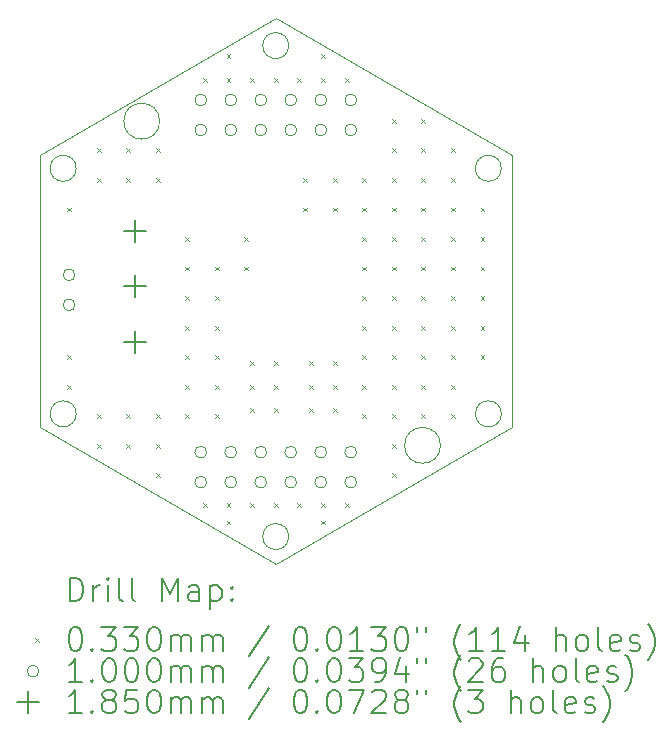
<source format=gbr>
%TF.GenerationSoftware,KiCad,Pcbnew,7.0.5*%
%TF.CreationDate,2024-01-24T02:21:03-05:00*%
%TF.ProjectId,LORA_ADAPTER,4c4f5241-5f41-4444-9150-5445522e6b69,rev?*%
%TF.SameCoordinates,Original*%
%TF.FileFunction,Drillmap*%
%TF.FilePolarity,Positive*%
%FSLAX45Y45*%
G04 Gerber Fmt 4.5, Leading zero omitted, Abs format (unit mm)*
G04 Created by KiCad (PCBNEW 7.0.5) date 2024-01-24 02:21:03*
%MOMM*%
%LPD*%
G01*
G04 APERTURE LIST*
%ADD10C,0.100000*%
%ADD11C,0.200000*%
%ADD12C,0.033020*%
%ADD13C,0.185000*%
G04 APERTURE END LIST*
D10*
X16410569Y-11316931D02*
G75*
G03*
X16410569Y-11316931I-152069J0D01*
G01*
X13016000Y-8855761D02*
X13016000Y-11165162D01*
X16926000Y-11049692D02*
G75*
G03*
X16926000Y-11049692I-110000J0D01*
G01*
X14033069Y-8571931D02*
G75*
G03*
X14033069Y-8571931I-152069J0D01*
G01*
X13016000Y-11165162D02*
X15016000Y-12319862D01*
X16926000Y-8971231D02*
G75*
G03*
X16926000Y-8971231I-110000J0D01*
G01*
X13326000Y-8971231D02*
G75*
G03*
X13326000Y-8971231I-110000J0D01*
G01*
X15016000Y-7701060D02*
X13016000Y-8855761D01*
X17016000Y-8855761D02*
X15016000Y-7701060D01*
X15126000Y-7932000D02*
G75*
G03*
X15126000Y-7932000I-110000J0D01*
G01*
X15126000Y-12088922D02*
G75*
G03*
X15126000Y-12088922I-110000J0D01*
G01*
X17016000Y-11165162D02*
X17016000Y-8855761D01*
X15016000Y-12319862D02*
X17016000Y-11165162D01*
X13326000Y-11049692D02*
G75*
G03*
X13326000Y-11049692I-110000J0D01*
G01*
D11*
D12*
X13249490Y-9303352D02*
X13282510Y-9336372D01*
X13282510Y-9303352D02*
X13249490Y-9336372D01*
X13249490Y-10553352D02*
X13282510Y-10586372D01*
X13282510Y-10553352D02*
X13249490Y-10586372D01*
X13249490Y-10803352D02*
X13282510Y-10836372D01*
X13282510Y-10803352D02*
X13249490Y-10836372D01*
X13499490Y-8803352D02*
X13532510Y-8836372D01*
X13532510Y-8803352D02*
X13499490Y-8836372D01*
X13499490Y-9053352D02*
X13532510Y-9086372D01*
X13532510Y-9053352D02*
X13499490Y-9086372D01*
X13499490Y-11053352D02*
X13532510Y-11086372D01*
X13532510Y-11053352D02*
X13499490Y-11086372D01*
X13499490Y-11303352D02*
X13532510Y-11336372D01*
X13532510Y-11303352D02*
X13499490Y-11336372D01*
X13749490Y-8803352D02*
X13782510Y-8836372D01*
X13782510Y-8803352D02*
X13749490Y-8836372D01*
X13749490Y-9053352D02*
X13782510Y-9086372D01*
X13782510Y-9053352D02*
X13749490Y-9086372D01*
X13749490Y-11053352D02*
X13782510Y-11086372D01*
X13782510Y-11053352D02*
X13749490Y-11086372D01*
X13749490Y-11303352D02*
X13782510Y-11336372D01*
X13782510Y-11303352D02*
X13749490Y-11336372D01*
X13999490Y-8803352D02*
X14032510Y-8836372D01*
X14032510Y-8803352D02*
X13999490Y-8836372D01*
X13999490Y-9053352D02*
X14032510Y-9086372D01*
X14032510Y-9053352D02*
X13999490Y-9086372D01*
X13999490Y-11053352D02*
X14032510Y-11086372D01*
X14032510Y-11053352D02*
X13999490Y-11086372D01*
X13999490Y-11303352D02*
X14032510Y-11336372D01*
X14032510Y-11303352D02*
X13999490Y-11336372D01*
X13999490Y-11553352D02*
X14032510Y-11586372D01*
X14032510Y-11553352D02*
X13999490Y-11586372D01*
X14249490Y-9553352D02*
X14282510Y-9586372D01*
X14282510Y-9553352D02*
X14249490Y-9586372D01*
X14249490Y-9803352D02*
X14282510Y-9836372D01*
X14282510Y-9803352D02*
X14249490Y-9836372D01*
X14249490Y-10053352D02*
X14282510Y-10086372D01*
X14282510Y-10053352D02*
X14249490Y-10086372D01*
X14249490Y-10303352D02*
X14282510Y-10336372D01*
X14282510Y-10303352D02*
X14249490Y-10336372D01*
X14249490Y-10553352D02*
X14282510Y-10586372D01*
X14282510Y-10553352D02*
X14249490Y-10586372D01*
X14249490Y-10803352D02*
X14282510Y-10836372D01*
X14282510Y-10803352D02*
X14249490Y-10836372D01*
X14249490Y-11053352D02*
X14282510Y-11086372D01*
X14282510Y-11053352D02*
X14249490Y-11086372D01*
X14399490Y-8203352D02*
X14432510Y-8236372D01*
X14432510Y-8203352D02*
X14399490Y-8236372D01*
X14399490Y-11803352D02*
X14432510Y-11836372D01*
X14432510Y-11803352D02*
X14399490Y-11836372D01*
X14499490Y-9803352D02*
X14532510Y-9836372D01*
X14532510Y-9803352D02*
X14499490Y-9836372D01*
X14499490Y-10053352D02*
X14532510Y-10086372D01*
X14532510Y-10053352D02*
X14499490Y-10086372D01*
X14499490Y-10303352D02*
X14532510Y-10336372D01*
X14532510Y-10303352D02*
X14499490Y-10336372D01*
X14499490Y-10553352D02*
X14532510Y-10586372D01*
X14532510Y-10553352D02*
X14499490Y-10586372D01*
X14499490Y-10803352D02*
X14532510Y-10836372D01*
X14532510Y-10803352D02*
X14499490Y-10836372D01*
X14499490Y-11053352D02*
X14532510Y-11086372D01*
X14532510Y-11053352D02*
X14499490Y-11086372D01*
X14599490Y-8003352D02*
X14632510Y-8036372D01*
X14632510Y-8003352D02*
X14599490Y-8036372D01*
X14599490Y-8203352D02*
X14632510Y-8236372D01*
X14632510Y-8203352D02*
X14599490Y-8236372D01*
X14599490Y-11803352D02*
X14632510Y-11836372D01*
X14632510Y-11803352D02*
X14599490Y-11836372D01*
X14599490Y-11953352D02*
X14632510Y-11986372D01*
X14632510Y-11953352D02*
X14599490Y-11986372D01*
X14749490Y-9553352D02*
X14782510Y-9586372D01*
X14782510Y-9553352D02*
X14749490Y-9586372D01*
X14749490Y-9803352D02*
X14782510Y-9836372D01*
X14782510Y-9803352D02*
X14749490Y-9836372D01*
X14799490Y-8203352D02*
X14832510Y-8236372D01*
X14832510Y-8203352D02*
X14799490Y-8236372D01*
X14799490Y-10603352D02*
X14832510Y-10636372D01*
X14832510Y-10603352D02*
X14799490Y-10636372D01*
X14799490Y-10803352D02*
X14832510Y-10836372D01*
X14832510Y-10803352D02*
X14799490Y-10836372D01*
X14799490Y-11003352D02*
X14832510Y-11036372D01*
X14832510Y-11003352D02*
X14799490Y-11036372D01*
X14799490Y-11803352D02*
X14832510Y-11836372D01*
X14832510Y-11803352D02*
X14799490Y-11836372D01*
X14999490Y-8203352D02*
X15032510Y-8236372D01*
X15032510Y-8203352D02*
X14999490Y-8236372D01*
X14999490Y-10603352D02*
X15032510Y-10636372D01*
X15032510Y-10603352D02*
X14999490Y-10636372D01*
X14999490Y-10803352D02*
X15032510Y-10836372D01*
X15032510Y-10803352D02*
X14999490Y-10836372D01*
X14999490Y-11003352D02*
X15032510Y-11036372D01*
X15032510Y-11003352D02*
X14999490Y-11036372D01*
X14999490Y-11803352D02*
X15032510Y-11836372D01*
X15032510Y-11803352D02*
X14999490Y-11836372D01*
X15199490Y-8203352D02*
X15232510Y-8236372D01*
X15232510Y-8203352D02*
X15199490Y-8236372D01*
X15199490Y-11803352D02*
X15232510Y-11836372D01*
X15232510Y-11803352D02*
X15199490Y-11836372D01*
X15249490Y-9053352D02*
X15282510Y-9086372D01*
X15282510Y-9053352D02*
X15249490Y-9086372D01*
X15249490Y-9303352D02*
X15282510Y-9336372D01*
X15282510Y-9303352D02*
X15249490Y-9336372D01*
X15299490Y-10603352D02*
X15332510Y-10636372D01*
X15332510Y-10603352D02*
X15299490Y-10636372D01*
X15299490Y-10803352D02*
X15332510Y-10836372D01*
X15332510Y-10803352D02*
X15299490Y-10836372D01*
X15299490Y-11003352D02*
X15332510Y-11036372D01*
X15332510Y-11003352D02*
X15299490Y-11036372D01*
X15399490Y-8003352D02*
X15432510Y-8036372D01*
X15432510Y-8003352D02*
X15399490Y-8036372D01*
X15399490Y-8203352D02*
X15432510Y-8236372D01*
X15432510Y-8203352D02*
X15399490Y-8236372D01*
X15399490Y-11803352D02*
X15432510Y-11836372D01*
X15432510Y-11803352D02*
X15399490Y-11836372D01*
X15399490Y-11953352D02*
X15432510Y-11986372D01*
X15432510Y-11953352D02*
X15399490Y-11986372D01*
X15499490Y-9053352D02*
X15532510Y-9086372D01*
X15532510Y-9053352D02*
X15499490Y-9086372D01*
X15499490Y-9303352D02*
X15532510Y-9336372D01*
X15532510Y-9303352D02*
X15499490Y-9336372D01*
X15499490Y-10603352D02*
X15532510Y-10636372D01*
X15532510Y-10603352D02*
X15499490Y-10636372D01*
X15499490Y-10803352D02*
X15532510Y-10836372D01*
X15532510Y-10803352D02*
X15499490Y-10836372D01*
X15499490Y-11003352D02*
X15532510Y-11036372D01*
X15532510Y-11003352D02*
X15499490Y-11036372D01*
X15599490Y-8203352D02*
X15632510Y-8236372D01*
X15632510Y-8203352D02*
X15599490Y-8236372D01*
X15599490Y-11803352D02*
X15632510Y-11836372D01*
X15632510Y-11803352D02*
X15599490Y-11836372D01*
X15749490Y-9053352D02*
X15782510Y-9086372D01*
X15782510Y-9053352D02*
X15749490Y-9086372D01*
X15749490Y-9303352D02*
X15782510Y-9336372D01*
X15782510Y-9303352D02*
X15749490Y-9336372D01*
X15749490Y-9553352D02*
X15782510Y-9586372D01*
X15782510Y-9553352D02*
X15749490Y-9586372D01*
X15749490Y-9803352D02*
X15782510Y-9836372D01*
X15782510Y-9803352D02*
X15749490Y-9836372D01*
X15749490Y-10053352D02*
X15782510Y-10086372D01*
X15782510Y-10053352D02*
X15749490Y-10086372D01*
X15749490Y-10303352D02*
X15782510Y-10336372D01*
X15782510Y-10303352D02*
X15749490Y-10336372D01*
X15749490Y-10553352D02*
X15782510Y-10586372D01*
X15782510Y-10553352D02*
X15749490Y-10586372D01*
X15749490Y-10803352D02*
X15782510Y-10836372D01*
X15782510Y-10803352D02*
X15749490Y-10836372D01*
X15749490Y-11053352D02*
X15782510Y-11086372D01*
X15782510Y-11053352D02*
X15749490Y-11086372D01*
X15999490Y-8553352D02*
X16032510Y-8586372D01*
X16032510Y-8553352D02*
X15999490Y-8586372D01*
X15999490Y-8803352D02*
X16032510Y-8836372D01*
X16032510Y-8803352D02*
X15999490Y-8836372D01*
X15999490Y-9053352D02*
X16032510Y-9086372D01*
X16032510Y-9053352D02*
X15999490Y-9086372D01*
X15999490Y-9303352D02*
X16032510Y-9336372D01*
X16032510Y-9303352D02*
X15999490Y-9336372D01*
X15999490Y-9553352D02*
X16032510Y-9586372D01*
X16032510Y-9553352D02*
X15999490Y-9586372D01*
X15999490Y-9803352D02*
X16032510Y-9836372D01*
X16032510Y-9803352D02*
X15999490Y-9836372D01*
X15999490Y-10053352D02*
X16032510Y-10086372D01*
X16032510Y-10053352D02*
X15999490Y-10086372D01*
X15999490Y-10303352D02*
X16032510Y-10336372D01*
X16032510Y-10303352D02*
X15999490Y-10336372D01*
X15999490Y-10553352D02*
X16032510Y-10586372D01*
X16032510Y-10553352D02*
X15999490Y-10586372D01*
X15999490Y-10803352D02*
X16032510Y-10836372D01*
X16032510Y-10803352D02*
X15999490Y-10836372D01*
X15999490Y-11053352D02*
X16032510Y-11086372D01*
X16032510Y-11053352D02*
X15999490Y-11086372D01*
X15999490Y-11303352D02*
X16032510Y-11336372D01*
X16032510Y-11303352D02*
X15999490Y-11336372D01*
X15999490Y-11553352D02*
X16032510Y-11586372D01*
X16032510Y-11553352D02*
X15999490Y-11586372D01*
X16249490Y-8553352D02*
X16282510Y-8586372D01*
X16282510Y-8553352D02*
X16249490Y-8586372D01*
X16249490Y-8803352D02*
X16282510Y-8836372D01*
X16282510Y-8803352D02*
X16249490Y-8836372D01*
X16249490Y-9053352D02*
X16282510Y-9086372D01*
X16282510Y-9053352D02*
X16249490Y-9086372D01*
X16249490Y-9303352D02*
X16282510Y-9336372D01*
X16282510Y-9303352D02*
X16249490Y-9336372D01*
X16249490Y-9553352D02*
X16282510Y-9586372D01*
X16282510Y-9553352D02*
X16249490Y-9586372D01*
X16249490Y-9803352D02*
X16282510Y-9836372D01*
X16282510Y-9803352D02*
X16249490Y-9836372D01*
X16249490Y-10053352D02*
X16282510Y-10086372D01*
X16282510Y-10053352D02*
X16249490Y-10086372D01*
X16249490Y-10303352D02*
X16282510Y-10336372D01*
X16282510Y-10303352D02*
X16249490Y-10336372D01*
X16249490Y-10553352D02*
X16282510Y-10586372D01*
X16282510Y-10553352D02*
X16249490Y-10586372D01*
X16249490Y-10803352D02*
X16282510Y-10836372D01*
X16282510Y-10803352D02*
X16249490Y-10836372D01*
X16249490Y-11053352D02*
X16282510Y-11086372D01*
X16282510Y-11053352D02*
X16249490Y-11086372D01*
X16499490Y-8803352D02*
X16532510Y-8836372D01*
X16532510Y-8803352D02*
X16499490Y-8836372D01*
X16499490Y-9053352D02*
X16532510Y-9086372D01*
X16532510Y-9053352D02*
X16499490Y-9086372D01*
X16499490Y-9303352D02*
X16532510Y-9336372D01*
X16532510Y-9303352D02*
X16499490Y-9336372D01*
X16499490Y-9553352D02*
X16532510Y-9586372D01*
X16532510Y-9553352D02*
X16499490Y-9586372D01*
X16499490Y-9803352D02*
X16532510Y-9836372D01*
X16532510Y-9803352D02*
X16499490Y-9836372D01*
X16499490Y-10053352D02*
X16532510Y-10086372D01*
X16532510Y-10053352D02*
X16499490Y-10086372D01*
X16499490Y-10303352D02*
X16532510Y-10336372D01*
X16532510Y-10303352D02*
X16499490Y-10336372D01*
X16499490Y-10553352D02*
X16532510Y-10586372D01*
X16532510Y-10553352D02*
X16499490Y-10586372D01*
X16499490Y-10803352D02*
X16532510Y-10836372D01*
X16532510Y-10803352D02*
X16499490Y-10836372D01*
X16499490Y-11053352D02*
X16532510Y-11086372D01*
X16532510Y-11053352D02*
X16499490Y-11086372D01*
X16749490Y-9303352D02*
X16782510Y-9336372D01*
X16782510Y-9303352D02*
X16749490Y-9336372D01*
X16749490Y-9553352D02*
X16782510Y-9586372D01*
X16782510Y-9553352D02*
X16749490Y-9586372D01*
X16749490Y-9803352D02*
X16782510Y-9836372D01*
X16782510Y-9803352D02*
X16749490Y-9836372D01*
X16749490Y-10053352D02*
X16782510Y-10086372D01*
X16782510Y-10053352D02*
X16749490Y-10086372D01*
X16749490Y-10303352D02*
X16782510Y-10336372D01*
X16782510Y-10303352D02*
X16749490Y-10336372D01*
X16749490Y-10553352D02*
X16782510Y-10586372D01*
X16782510Y-10553352D02*
X16749490Y-10586372D01*
D10*
X13316000Y-9873362D02*
G75*
G03*
X13316000Y-9873362I-50000J0D01*
G01*
X13316000Y-10127362D02*
G75*
G03*
X13316000Y-10127362I-50000J0D01*
G01*
X14431000Y-8392560D02*
G75*
G03*
X14431000Y-8392560I-50000J0D01*
G01*
X14431000Y-8646560D02*
G75*
G03*
X14431000Y-8646560I-50000J0D01*
G01*
X14431000Y-11374362D02*
G75*
G03*
X14431000Y-11374362I-50000J0D01*
G01*
X14431000Y-11628362D02*
G75*
G03*
X14431000Y-11628362I-50000J0D01*
G01*
X14685000Y-8392560D02*
G75*
G03*
X14685000Y-8392560I-50000J0D01*
G01*
X14685000Y-8646560D02*
G75*
G03*
X14685000Y-8646560I-50000J0D01*
G01*
X14685000Y-11374362D02*
G75*
G03*
X14685000Y-11374362I-50000J0D01*
G01*
X14685000Y-11628362D02*
G75*
G03*
X14685000Y-11628362I-50000J0D01*
G01*
X14939000Y-8392560D02*
G75*
G03*
X14939000Y-8392560I-50000J0D01*
G01*
X14939000Y-8646560D02*
G75*
G03*
X14939000Y-8646560I-50000J0D01*
G01*
X14939000Y-11374362D02*
G75*
G03*
X14939000Y-11374362I-50000J0D01*
G01*
X14939000Y-11628362D02*
G75*
G03*
X14939000Y-11628362I-50000J0D01*
G01*
X15193000Y-8392560D02*
G75*
G03*
X15193000Y-8392560I-50000J0D01*
G01*
X15193000Y-8646560D02*
G75*
G03*
X15193000Y-8646560I-50000J0D01*
G01*
X15193000Y-11374362D02*
G75*
G03*
X15193000Y-11374362I-50000J0D01*
G01*
X15193000Y-11628362D02*
G75*
G03*
X15193000Y-11628362I-50000J0D01*
G01*
X15447000Y-8392560D02*
G75*
G03*
X15447000Y-8392560I-50000J0D01*
G01*
X15447000Y-8646560D02*
G75*
G03*
X15447000Y-8646560I-50000J0D01*
G01*
X15447000Y-11374362D02*
G75*
G03*
X15447000Y-11374362I-50000J0D01*
G01*
X15447000Y-11628362D02*
G75*
G03*
X15447000Y-11628362I-50000J0D01*
G01*
X15701000Y-8392560D02*
G75*
G03*
X15701000Y-8392560I-50000J0D01*
G01*
X15701000Y-8646560D02*
G75*
G03*
X15701000Y-8646560I-50000J0D01*
G01*
X15701000Y-11374362D02*
G75*
G03*
X15701000Y-11374362I-50000J0D01*
G01*
X15701000Y-11628362D02*
G75*
G03*
X15701000Y-11628362I-50000J0D01*
G01*
D13*
X13821000Y-9407961D02*
X13821000Y-9592961D01*
X13728500Y-9500461D02*
X13913500Y-9500461D01*
X13821000Y-9877961D02*
X13821000Y-10062961D01*
X13728500Y-9970461D02*
X13913500Y-9970461D01*
X13821000Y-10347961D02*
X13821000Y-10532961D01*
X13728500Y-10440461D02*
X13913500Y-10440461D01*
D11*
X13271777Y-12636346D02*
X13271777Y-12436346D01*
X13271777Y-12436346D02*
X13319396Y-12436346D01*
X13319396Y-12436346D02*
X13347967Y-12445870D01*
X13347967Y-12445870D02*
X13367015Y-12464917D01*
X13367015Y-12464917D02*
X13376539Y-12483965D01*
X13376539Y-12483965D02*
X13386062Y-12522060D01*
X13386062Y-12522060D02*
X13386062Y-12550632D01*
X13386062Y-12550632D02*
X13376539Y-12588727D01*
X13376539Y-12588727D02*
X13367015Y-12607774D01*
X13367015Y-12607774D02*
X13347967Y-12626822D01*
X13347967Y-12626822D02*
X13319396Y-12636346D01*
X13319396Y-12636346D02*
X13271777Y-12636346D01*
X13471777Y-12636346D02*
X13471777Y-12503012D01*
X13471777Y-12541108D02*
X13481301Y-12522060D01*
X13481301Y-12522060D02*
X13490824Y-12512536D01*
X13490824Y-12512536D02*
X13509872Y-12503012D01*
X13509872Y-12503012D02*
X13528920Y-12503012D01*
X13595586Y-12636346D02*
X13595586Y-12503012D01*
X13595586Y-12436346D02*
X13586062Y-12445870D01*
X13586062Y-12445870D02*
X13595586Y-12455393D01*
X13595586Y-12455393D02*
X13605110Y-12445870D01*
X13605110Y-12445870D02*
X13595586Y-12436346D01*
X13595586Y-12436346D02*
X13595586Y-12455393D01*
X13719396Y-12636346D02*
X13700348Y-12626822D01*
X13700348Y-12626822D02*
X13690824Y-12607774D01*
X13690824Y-12607774D02*
X13690824Y-12436346D01*
X13824158Y-12636346D02*
X13805110Y-12626822D01*
X13805110Y-12626822D02*
X13795586Y-12607774D01*
X13795586Y-12607774D02*
X13795586Y-12436346D01*
X14052729Y-12636346D02*
X14052729Y-12436346D01*
X14052729Y-12436346D02*
X14119396Y-12579203D01*
X14119396Y-12579203D02*
X14186062Y-12436346D01*
X14186062Y-12436346D02*
X14186062Y-12636346D01*
X14367015Y-12636346D02*
X14367015Y-12531584D01*
X14367015Y-12531584D02*
X14357491Y-12512536D01*
X14357491Y-12512536D02*
X14338443Y-12503012D01*
X14338443Y-12503012D02*
X14300348Y-12503012D01*
X14300348Y-12503012D02*
X14281301Y-12512536D01*
X14367015Y-12626822D02*
X14347967Y-12636346D01*
X14347967Y-12636346D02*
X14300348Y-12636346D01*
X14300348Y-12636346D02*
X14281301Y-12626822D01*
X14281301Y-12626822D02*
X14271777Y-12607774D01*
X14271777Y-12607774D02*
X14271777Y-12588727D01*
X14271777Y-12588727D02*
X14281301Y-12569679D01*
X14281301Y-12569679D02*
X14300348Y-12560155D01*
X14300348Y-12560155D02*
X14347967Y-12560155D01*
X14347967Y-12560155D02*
X14367015Y-12550632D01*
X14462253Y-12503012D02*
X14462253Y-12703012D01*
X14462253Y-12512536D02*
X14481301Y-12503012D01*
X14481301Y-12503012D02*
X14519396Y-12503012D01*
X14519396Y-12503012D02*
X14538443Y-12512536D01*
X14538443Y-12512536D02*
X14547967Y-12522060D01*
X14547967Y-12522060D02*
X14557491Y-12541108D01*
X14557491Y-12541108D02*
X14557491Y-12598251D01*
X14557491Y-12598251D02*
X14547967Y-12617298D01*
X14547967Y-12617298D02*
X14538443Y-12626822D01*
X14538443Y-12626822D02*
X14519396Y-12636346D01*
X14519396Y-12636346D02*
X14481301Y-12636346D01*
X14481301Y-12636346D02*
X14462253Y-12626822D01*
X14643205Y-12617298D02*
X14652729Y-12626822D01*
X14652729Y-12626822D02*
X14643205Y-12636346D01*
X14643205Y-12636346D02*
X14633682Y-12626822D01*
X14633682Y-12626822D02*
X14643205Y-12617298D01*
X14643205Y-12617298D02*
X14643205Y-12636346D01*
X14643205Y-12512536D02*
X14652729Y-12522060D01*
X14652729Y-12522060D02*
X14643205Y-12531584D01*
X14643205Y-12531584D02*
X14633682Y-12522060D01*
X14633682Y-12522060D02*
X14643205Y-12512536D01*
X14643205Y-12512536D02*
X14643205Y-12531584D01*
D12*
X12977980Y-12948352D02*
X13011000Y-12981372D01*
X13011000Y-12948352D02*
X12977980Y-12981372D01*
D11*
X13309872Y-12856346D02*
X13328920Y-12856346D01*
X13328920Y-12856346D02*
X13347967Y-12865870D01*
X13347967Y-12865870D02*
X13357491Y-12875393D01*
X13357491Y-12875393D02*
X13367015Y-12894441D01*
X13367015Y-12894441D02*
X13376539Y-12932536D01*
X13376539Y-12932536D02*
X13376539Y-12980155D01*
X13376539Y-12980155D02*
X13367015Y-13018251D01*
X13367015Y-13018251D02*
X13357491Y-13037298D01*
X13357491Y-13037298D02*
X13347967Y-13046822D01*
X13347967Y-13046822D02*
X13328920Y-13056346D01*
X13328920Y-13056346D02*
X13309872Y-13056346D01*
X13309872Y-13056346D02*
X13290824Y-13046822D01*
X13290824Y-13046822D02*
X13281301Y-13037298D01*
X13281301Y-13037298D02*
X13271777Y-13018251D01*
X13271777Y-13018251D02*
X13262253Y-12980155D01*
X13262253Y-12980155D02*
X13262253Y-12932536D01*
X13262253Y-12932536D02*
X13271777Y-12894441D01*
X13271777Y-12894441D02*
X13281301Y-12875393D01*
X13281301Y-12875393D02*
X13290824Y-12865870D01*
X13290824Y-12865870D02*
X13309872Y-12856346D01*
X13462253Y-13037298D02*
X13471777Y-13046822D01*
X13471777Y-13046822D02*
X13462253Y-13056346D01*
X13462253Y-13056346D02*
X13452729Y-13046822D01*
X13452729Y-13046822D02*
X13462253Y-13037298D01*
X13462253Y-13037298D02*
X13462253Y-13056346D01*
X13538443Y-12856346D02*
X13662253Y-12856346D01*
X13662253Y-12856346D02*
X13595586Y-12932536D01*
X13595586Y-12932536D02*
X13624158Y-12932536D01*
X13624158Y-12932536D02*
X13643205Y-12942060D01*
X13643205Y-12942060D02*
X13652729Y-12951584D01*
X13652729Y-12951584D02*
X13662253Y-12970632D01*
X13662253Y-12970632D02*
X13662253Y-13018251D01*
X13662253Y-13018251D02*
X13652729Y-13037298D01*
X13652729Y-13037298D02*
X13643205Y-13046822D01*
X13643205Y-13046822D02*
X13624158Y-13056346D01*
X13624158Y-13056346D02*
X13567015Y-13056346D01*
X13567015Y-13056346D02*
X13547967Y-13046822D01*
X13547967Y-13046822D02*
X13538443Y-13037298D01*
X13728920Y-12856346D02*
X13852729Y-12856346D01*
X13852729Y-12856346D02*
X13786062Y-12932536D01*
X13786062Y-12932536D02*
X13814634Y-12932536D01*
X13814634Y-12932536D02*
X13833682Y-12942060D01*
X13833682Y-12942060D02*
X13843205Y-12951584D01*
X13843205Y-12951584D02*
X13852729Y-12970632D01*
X13852729Y-12970632D02*
X13852729Y-13018251D01*
X13852729Y-13018251D02*
X13843205Y-13037298D01*
X13843205Y-13037298D02*
X13833682Y-13046822D01*
X13833682Y-13046822D02*
X13814634Y-13056346D01*
X13814634Y-13056346D02*
X13757491Y-13056346D01*
X13757491Y-13056346D02*
X13738443Y-13046822D01*
X13738443Y-13046822D02*
X13728920Y-13037298D01*
X13976539Y-12856346D02*
X13995586Y-12856346D01*
X13995586Y-12856346D02*
X14014634Y-12865870D01*
X14014634Y-12865870D02*
X14024158Y-12875393D01*
X14024158Y-12875393D02*
X14033682Y-12894441D01*
X14033682Y-12894441D02*
X14043205Y-12932536D01*
X14043205Y-12932536D02*
X14043205Y-12980155D01*
X14043205Y-12980155D02*
X14033682Y-13018251D01*
X14033682Y-13018251D02*
X14024158Y-13037298D01*
X14024158Y-13037298D02*
X14014634Y-13046822D01*
X14014634Y-13046822D02*
X13995586Y-13056346D01*
X13995586Y-13056346D02*
X13976539Y-13056346D01*
X13976539Y-13056346D02*
X13957491Y-13046822D01*
X13957491Y-13046822D02*
X13947967Y-13037298D01*
X13947967Y-13037298D02*
X13938443Y-13018251D01*
X13938443Y-13018251D02*
X13928920Y-12980155D01*
X13928920Y-12980155D02*
X13928920Y-12932536D01*
X13928920Y-12932536D02*
X13938443Y-12894441D01*
X13938443Y-12894441D02*
X13947967Y-12875393D01*
X13947967Y-12875393D02*
X13957491Y-12865870D01*
X13957491Y-12865870D02*
X13976539Y-12856346D01*
X14128920Y-13056346D02*
X14128920Y-12923012D01*
X14128920Y-12942060D02*
X14138443Y-12932536D01*
X14138443Y-12932536D02*
X14157491Y-12923012D01*
X14157491Y-12923012D02*
X14186063Y-12923012D01*
X14186063Y-12923012D02*
X14205110Y-12932536D01*
X14205110Y-12932536D02*
X14214634Y-12951584D01*
X14214634Y-12951584D02*
X14214634Y-13056346D01*
X14214634Y-12951584D02*
X14224158Y-12932536D01*
X14224158Y-12932536D02*
X14243205Y-12923012D01*
X14243205Y-12923012D02*
X14271777Y-12923012D01*
X14271777Y-12923012D02*
X14290824Y-12932536D01*
X14290824Y-12932536D02*
X14300348Y-12951584D01*
X14300348Y-12951584D02*
X14300348Y-13056346D01*
X14395586Y-13056346D02*
X14395586Y-12923012D01*
X14395586Y-12942060D02*
X14405110Y-12932536D01*
X14405110Y-12932536D02*
X14424158Y-12923012D01*
X14424158Y-12923012D02*
X14452729Y-12923012D01*
X14452729Y-12923012D02*
X14471777Y-12932536D01*
X14471777Y-12932536D02*
X14481301Y-12951584D01*
X14481301Y-12951584D02*
X14481301Y-13056346D01*
X14481301Y-12951584D02*
X14490824Y-12932536D01*
X14490824Y-12932536D02*
X14509872Y-12923012D01*
X14509872Y-12923012D02*
X14538443Y-12923012D01*
X14538443Y-12923012D02*
X14557491Y-12932536D01*
X14557491Y-12932536D02*
X14567015Y-12951584D01*
X14567015Y-12951584D02*
X14567015Y-13056346D01*
X14957491Y-12846822D02*
X14786063Y-13103965D01*
X15214634Y-12856346D02*
X15233682Y-12856346D01*
X15233682Y-12856346D02*
X15252729Y-12865870D01*
X15252729Y-12865870D02*
X15262253Y-12875393D01*
X15262253Y-12875393D02*
X15271777Y-12894441D01*
X15271777Y-12894441D02*
X15281301Y-12932536D01*
X15281301Y-12932536D02*
X15281301Y-12980155D01*
X15281301Y-12980155D02*
X15271777Y-13018251D01*
X15271777Y-13018251D02*
X15262253Y-13037298D01*
X15262253Y-13037298D02*
X15252729Y-13046822D01*
X15252729Y-13046822D02*
X15233682Y-13056346D01*
X15233682Y-13056346D02*
X15214634Y-13056346D01*
X15214634Y-13056346D02*
X15195586Y-13046822D01*
X15195586Y-13046822D02*
X15186063Y-13037298D01*
X15186063Y-13037298D02*
X15176539Y-13018251D01*
X15176539Y-13018251D02*
X15167015Y-12980155D01*
X15167015Y-12980155D02*
X15167015Y-12932536D01*
X15167015Y-12932536D02*
X15176539Y-12894441D01*
X15176539Y-12894441D02*
X15186063Y-12875393D01*
X15186063Y-12875393D02*
X15195586Y-12865870D01*
X15195586Y-12865870D02*
X15214634Y-12856346D01*
X15367015Y-13037298D02*
X15376539Y-13046822D01*
X15376539Y-13046822D02*
X15367015Y-13056346D01*
X15367015Y-13056346D02*
X15357491Y-13046822D01*
X15357491Y-13046822D02*
X15367015Y-13037298D01*
X15367015Y-13037298D02*
X15367015Y-13056346D01*
X15500348Y-12856346D02*
X15519396Y-12856346D01*
X15519396Y-12856346D02*
X15538444Y-12865870D01*
X15538444Y-12865870D02*
X15547967Y-12875393D01*
X15547967Y-12875393D02*
X15557491Y-12894441D01*
X15557491Y-12894441D02*
X15567015Y-12932536D01*
X15567015Y-12932536D02*
X15567015Y-12980155D01*
X15567015Y-12980155D02*
X15557491Y-13018251D01*
X15557491Y-13018251D02*
X15547967Y-13037298D01*
X15547967Y-13037298D02*
X15538444Y-13046822D01*
X15538444Y-13046822D02*
X15519396Y-13056346D01*
X15519396Y-13056346D02*
X15500348Y-13056346D01*
X15500348Y-13056346D02*
X15481301Y-13046822D01*
X15481301Y-13046822D02*
X15471777Y-13037298D01*
X15471777Y-13037298D02*
X15462253Y-13018251D01*
X15462253Y-13018251D02*
X15452729Y-12980155D01*
X15452729Y-12980155D02*
X15452729Y-12932536D01*
X15452729Y-12932536D02*
X15462253Y-12894441D01*
X15462253Y-12894441D02*
X15471777Y-12875393D01*
X15471777Y-12875393D02*
X15481301Y-12865870D01*
X15481301Y-12865870D02*
X15500348Y-12856346D01*
X15757491Y-13056346D02*
X15643206Y-13056346D01*
X15700348Y-13056346D02*
X15700348Y-12856346D01*
X15700348Y-12856346D02*
X15681301Y-12884917D01*
X15681301Y-12884917D02*
X15662253Y-12903965D01*
X15662253Y-12903965D02*
X15643206Y-12913489D01*
X15824158Y-12856346D02*
X15947967Y-12856346D01*
X15947967Y-12856346D02*
X15881301Y-12932536D01*
X15881301Y-12932536D02*
X15909872Y-12932536D01*
X15909872Y-12932536D02*
X15928920Y-12942060D01*
X15928920Y-12942060D02*
X15938444Y-12951584D01*
X15938444Y-12951584D02*
X15947967Y-12970632D01*
X15947967Y-12970632D02*
X15947967Y-13018251D01*
X15947967Y-13018251D02*
X15938444Y-13037298D01*
X15938444Y-13037298D02*
X15928920Y-13046822D01*
X15928920Y-13046822D02*
X15909872Y-13056346D01*
X15909872Y-13056346D02*
X15852729Y-13056346D01*
X15852729Y-13056346D02*
X15833682Y-13046822D01*
X15833682Y-13046822D02*
X15824158Y-13037298D01*
X16071777Y-12856346D02*
X16090825Y-12856346D01*
X16090825Y-12856346D02*
X16109872Y-12865870D01*
X16109872Y-12865870D02*
X16119396Y-12875393D01*
X16119396Y-12875393D02*
X16128920Y-12894441D01*
X16128920Y-12894441D02*
X16138444Y-12932536D01*
X16138444Y-12932536D02*
X16138444Y-12980155D01*
X16138444Y-12980155D02*
X16128920Y-13018251D01*
X16128920Y-13018251D02*
X16119396Y-13037298D01*
X16119396Y-13037298D02*
X16109872Y-13046822D01*
X16109872Y-13046822D02*
X16090825Y-13056346D01*
X16090825Y-13056346D02*
X16071777Y-13056346D01*
X16071777Y-13056346D02*
X16052729Y-13046822D01*
X16052729Y-13046822D02*
X16043206Y-13037298D01*
X16043206Y-13037298D02*
X16033682Y-13018251D01*
X16033682Y-13018251D02*
X16024158Y-12980155D01*
X16024158Y-12980155D02*
X16024158Y-12932536D01*
X16024158Y-12932536D02*
X16033682Y-12894441D01*
X16033682Y-12894441D02*
X16043206Y-12875393D01*
X16043206Y-12875393D02*
X16052729Y-12865870D01*
X16052729Y-12865870D02*
X16071777Y-12856346D01*
X16214634Y-12856346D02*
X16214634Y-12894441D01*
X16290825Y-12856346D02*
X16290825Y-12894441D01*
X16586063Y-13132536D02*
X16576539Y-13123012D01*
X16576539Y-13123012D02*
X16557491Y-13094441D01*
X16557491Y-13094441D02*
X16547968Y-13075393D01*
X16547968Y-13075393D02*
X16538444Y-13046822D01*
X16538444Y-13046822D02*
X16528920Y-12999203D01*
X16528920Y-12999203D02*
X16528920Y-12961108D01*
X16528920Y-12961108D02*
X16538444Y-12913489D01*
X16538444Y-12913489D02*
X16547968Y-12884917D01*
X16547968Y-12884917D02*
X16557491Y-12865870D01*
X16557491Y-12865870D02*
X16576539Y-12837298D01*
X16576539Y-12837298D02*
X16586063Y-12827774D01*
X16767015Y-13056346D02*
X16652729Y-13056346D01*
X16709872Y-13056346D02*
X16709872Y-12856346D01*
X16709872Y-12856346D02*
X16690825Y-12884917D01*
X16690825Y-12884917D02*
X16671777Y-12903965D01*
X16671777Y-12903965D02*
X16652729Y-12913489D01*
X16957491Y-13056346D02*
X16843206Y-13056346D01*
X16900349Y-13056346D02*
X16900349Y-12856346D01*
X16900349Y-12856346D02*
X16881301Y-12884917D01*
X16881301Y-12884917D02*
X16862253Y-12903965D01*
X16862253Y-12903965D02*
X16843206Y-12913489D01*
X17128920Y-12923012D02*
X17128920Y-13056346D01*
X17081301Y-12846822D02*
X17033682Y-12989679D01*
X17033682Y-12989679D02*
X17157491Y-12989679D01*
X17386063Y-13056346D02*
X17386063Y-12856346D01*
X17471777Y-13056346D02*
X17471777Y-12951584D01*
X17471777Y-12951584D02*
X17462253Y-12932536D01*
X17462253Y-12932536D02*
X17443206Y-12923012D01*
X17443206Y-12923012D02*
X17414634Y-12923012D01*
X17414634Y-12923012D02*
X17395587Y-12932536D01*
X17395587Y-12932536D02*
X17386063Y-12942060D01*
X17595587Y-13056346D02*
X17576539Y-13046822D01*
X17576539Y-13046822D02*
X17567015Y-13037298D01*
X17567015Y-13037298D02*
X17557492Y-13018251D01*
X17557492Y-13018251D02*
X17557492Y-12961108D01*
X17557492Y-12961108D02*
X17567015Y-12942060D01*
X17567015Y-12942060D02*
X17576539Y-12932536D01*
X17576539Y-12932536D02*
X17595587Y-12923012D01*
X17595587Y-12923012D02*
X17624158Y-12923012D01*
X17624158Y-12923012D02*
X17643206Y-12932536D01*
X17643206Y-12932536D02*
X17652730Y-12942060D01*
X17652730Y-12942060D02*
X17662253Y-12961108D01*
X17662253Y-12961108D02*
X17662253Y-13018251D01*
X17662253Y-13018251D02*
X17652730Y-13037298D01*
X17652730Y-13037298D02*
X17643206Y-13046822D01*
X17643206Y-13046822D02*
X17624158Y-13056346D01*
X17624158Y-13056346D02*
X17595587Y-13056346D01*
X17776539Y-13056346D02*
X17757492Y-13046822D01*
X17757492Y-13046822D02*
X17747968Y-13027774D01*
X17747968Y-13027774D02*
X17747968Y-12856346D01*
X17928920Y-13046822D02*
X17909873Y-13056346D01*
X17909873Y-13056346D02*
X17871777Y-13056346D01*
X17871777Y-13056346D02*
X17852730Y-13046822D01*
X17852730Y-13046822D02*
X17843206Y-13027774D01*
X17843206Y-13027774D02*
X17843206Y-12951584D01*
X17843206Y-12951584D02*
X17852730Y-12932536D01*
X17852730Y-12932536D02*
X17871777Y-12923012D01*
X17871777Y-12923012D02*
X17909873Y-12923012D01*
X17909873Y-12923012D02*
X17928920Y-12932536D01*
X17928920Y-12932536D02*
X17938444Y-12951584D01*
X17938444Y-12951584D02*
X17938444Y-12970632D01*
X17938444Y-12970632D02*
X17843206Y-12989679D01*
X18014634Y-13046822D02*
X18033682Y-13056346D01*
X18033682Y-13056346D02*
X18071777Y-13056346D01*
X18071777Y-13056346D02*
X18090825Y-13046822D01*
X18090825Y-13046822D02*
X18100349Y-13027774D01*
X18100349Y-13027774D02*
X18100349Y-13018251D01*
X18100349Y-13018251D02*
X18090825Y-12999203D01*
X18090825Y-12999203D02*
X18071777Y-12989679D01*
X18071777Y-12989679D02*
X18043206Y-12989679D01*
X18043206Y-12989679D02*
X18024158Y-12980155D01*
X18024158Y-12980155D02*
X18014634Y-12961108D01*
X18014634Y-12961108D02*
X18014634Y-12951584D01*
X18014634Y-12951584D02*
X18024158Y-12932536D01*
X18024158Y-12932536D02*
X18043206Y-12923012D01*
X18043206Y-12923012D02*
X18071777Y-12923012D01*
X18071777Y-12923012D02*
X18090825Y-12932536D01*
X18167015Y-13132536D02*
X18176539Y-13123012D01*
X18176539Y-13123012D02*
X18195587Y-13094441D01*
X18195587Y-13094441D02*
X18205111Y-13075393D01*
X18205111Y-13075393D02*
X18214634Y-13046822D01*
X18214634Y-13046822D02*
X18224158Y-12999203D01*
X18224158Y-12999203D02*
X18224158Y-12961108D01*
X18224158Y-12961108D02*
X18214634Y-12913489D01*
X18214634Y-12913489D02*
X18205111Y-12884917D01*
X18205111Y-12884917D02*
X18195587Y-12865870D01*
X18195587Y-12865870D02*
X18176539Y-12837298D01*
X18176539Y-12837298D02*
X18167015Y-12827774D01*
D10*
X13011000Y-13228862D02*
G75*
G03*
X13011000Y-13228862I-50000J0D01*
G01*
D11*
X13376539Y-13320346D02*
X13262253Y-13320346D01*
X13319396Y-13320346D02*
X13319396Y-13120346D01*
X13319396Y-13120346D02*
X13300348Y-13148917D01*
X13300348Y-13148917D02*
X13281301Y-13167965D01*
X13281301Y-13167965D02*
X13262253Y-13177489D01*
X13462253Y-13301298D02*
X13471777Y-13310822D01*
X13471777Y-13310822D02*
X13462253Y-13320346D01*
X13462253Y-13320346D02*
X13452729Y-13310822D01*
X13452729Y-13310822D02*
X13462253Y-13301298D01*
X13462253Y-13301298D02*
X13462253Y-13320346D01*
X13595586Y-13120346D02*
X13614634Y-13120346D01*
X13614634Y-13120346D02*
X13633682Y-13129870D01*
X13633682Y-13129870D02*
X13643205Y-13139393D01*
X13643205Y-13139393D02*
X13652729Y-13158441D01*
X13652729Y-13158441D02*
X13662253Y-13196536D01*
X13662253Y-13196536D02*
X13662253Y-13244155D01*
X13662253Y-13244155D02*
X13652729Y-13282251D01*
X13652729Y-13282251D02*
X13643205Y-13301298D01*
X13643205Y-13301298D02*
X13633682Y-13310822D01*
X13633682Y-13310822D02*
X13614634Y-13320346D01*
X13614634Y-13320346D02*
X13595586Y-13320346D01*
X13595586Y-13320346D02*
X13576539Y-13310822D01*
X13576539Y-13310822D02*
X13567015Y-13301298D01*
X13567015Y-13301298D02*
X13557491Y-13282251D01*
X13557491Y-13282251D02*
X13547967Y-13244155D01*
X13547967Y-13244155D02*
X13547967Y-13196536D01*
X13547967Y-13196536D02*
X13557491Y-13158441D01*
X13557491Y-13158441D02*
X13567015Y-13139393D01*
X13567015Y-13139393D02*
X13576539Y-13129870D01*
X13576539Y-13129870D02*
X13595586Y-13120346D01*
X13786062Y-13120346D02*
X13805110Y-13120346D01*
X13805110Y-13120346D02*
X13824158Y-13129870D01*
X13824158Y-13129870D02*
X13833682Y-13139393D01*
X13833682Y-13139393D02*
X13843205Y-13158441D01*
X13843205Y-13158441D02*
X13852729Y-13196536D01*
X13852729Y-13196536D02*
X13852729Y-13244155D01*
X13852729Y-13244155D02*
X13843205Y-13282251D01*
X13843205Y-13282251D02*
X13833682Y-13301298D01*
X13833682Y-13301298D02*
X13824158Y-13310822D01*
X13824158Y-13310822D02*
X13805110Y-13320346D01*
X13805110Y-13320346D02*
X13786062Y-13320346D01*
X13786062Y-13320346D02*
X13767015Y-13310822D01*
X13767015Y-13310822D02*
X13757491Y-13301298D01*
X13757491Y-13301298D02*
X13747967Y-13282251D01*
X13747967Y-13282251D02*
X13738443Y-13244155D01*
X13738443Y-13244155D02*
X13738443Y-13196536D01*
X13738443Y-13196536D02*
X13747967Y-13158441D01*
X13747967Y-13158441D02*
X13757491Y-13139393D01*
X13757491Y-13139393D02*
X13767015Y-13129870D01*
X13767015Y-13129870D02*
X13786062Y-13120346D01*
X13976539Y-13120346D02*
X13995586Y-13120346D01*
X13995586Y-13120346D02*
X14014634Y-13129870D01*
X14014634Y-13129870D02*
X14024158Y-13139393D01*
X14024158Y-13139393D02*
X14033682Y-13158441D01*
X14033682Y-13158441D02*
X14043205Y-13196536D01*
X14043205Y-13196536D02*
X14043205Y-13244155D01*
X14043205Y-13244155D02*
X14033682Y-13282251D01*
X14033682Y-13282251D02*
X14024158Y-13301298D01*
X14024158Y-13301298D02*
X14014634Y-13310822D01*
X14014634Y-13310822D02*
X13995586Y-13320346D01*
X13995586Y-13320346D02*
X13976539Y-13320346D01*
X13976539Y-13320346D02*
X13957491Y-13310822D01*
X13957491Y-13310822D02*
X13947967Y-13301298D01*
X13947967Y-13301298D02*
X13938443Y-13282251D01*
X13938443Y-13282251D02*
X13928920Y-13244155D01*
X13928920Y-13244155D02*
X13928920Y-13196536D01*
X13928920Y-13196536D02*
X13938443Y-13158441D01*
X13938443Y-13158441D02*
X13947967Y-13139393D01*
X13947967Y-13139393D02*
X13957491Y-13129870D01*
X13957491Y-13129870D02*
X13976539Y-13120346D01*
X14128920Y-13320346D02*
X14128920Y-13187012D01*
X14128920Y-13206060D02*
X14138443Y-13196536D01*
X14138443Y-13196536D02*
X14157491Y-13187012D01*
X14157491Y-13187012D02*
X14186063Y-13187012D01*
X14186063Y-13187012D02*
X14205110Y-13196536D01*
X14205110Y-13196536D02*
X14214634Y-13215584D01*
X14214634Y-13215584D02*
X14214634Y-13320346D01*
X14214634Y-13215584D02*
X14224158Y-13196536D01*
X14224158Y-13196536D02*
X14243205Y-13187012D01*
X14243205Y-13187012D02*
X14271777Y-13187012D01*
X14271777Y-13187012D02*
X14290824Y-13196536D01*
X14290824Y-13196536D02*
X14300348Y-13215584D01*
X14300348Y-13215584D02*
X14300348Y-13320346D01*
X14395586Y-13320346D02*
X14395586Y-13187012D01*
X14395586Y-13206060D02*
X14405110Y-13196536D01*
X14405110Y-13196536D02*
X14424158Y-13187012D01*
X14424158Y-13187012D02*
X14452729Y-13187012D01*
X14452729Y-13187012D02*
X14471777Y-13196536D01*
X14471777Y-13196536D02*
X14481301Y-13215584D01*
X14481301Y-13215584D02*
X14481301Y-13320346D01*
X14481301Y-13215584D02*
X14490824Y-13196536D01*
X14490824Y-13196536D02*
X14509872Y-13187012D01*
X14509872Y-13187012D02*
X14538443Y-13187012D01*
X14538443Y-13187012D02*
X14557491Y-13196536D01*
X14557491Y-13196536D02*
X14567015Y-13215584D01*
X14567015Y-13215584D02*
X14567015Y-13320346D01*
X14957491Y-13110822D02*
X14786063Y-13367965D01*
X15214634Y-13120346D02*
X15233682Y-13120346D01*
X15233682Y-13120346D02*
X15252729Y-13129870D01*
X15252729Y-13129870D02*
X15262253Y-13139393D01*
X15262253Y-13139393D02*
X15271777Y-13158441D01*
X15271777Y-13158441D02*
X15281301Y-13196536D01*
X15281301Y-13196536D02*
X15281301Y-13244155D01*
X15281301Y-13244155D02*
X15271777Y-13282251D01*
X15271777Y-13282251D02*
X15262253Y-13301298D01*
X15262253Y-13301298D02*
X15252729Y-13310822D01*
X15252729Y-13310822D02*
X15233682Y-13320346D01*
X15233682Y-13320346D02*
X15214634Y-13320346D01*
X15214634Y-13320346D02*
X15195586Y-13310822D01*
X15195586Y-13310822D02*
X15186063Y-13301298D01*
X15186063Y-13301298D02*
X15176539Y-13282251D01*
X15176539Y-13282251D02*
X15167015Y-13244155D01*
X15167015Y-13244155D02*
X15167015Y-13196536D01*
X15167015Y-13196536D02*
X15176539Y-13158441D01*
X15176539Y-13158441D02*
X15186063Y-13139393D01*
X15186063Y-13139393D02*
X15195586Y-13129870D01*
X15195586Y-13129870D02*
X15214634Y-13120346D01*
X15367015Y-13301298D02*
X15376539Y-13310822D01*
X15376539Y-13310822D02*
X15367015Y-13320346D01*
X15367015Y-13320346D02*
X15357491Y-13310822D01*
X15357491Y-13310822D02*
X15367015Y-13301298D01*
X15367015Y-13301298D02*
X15367015Y-13320346D01*
X15500348Y-13120346D02*
X15519396Y-13120346D01*
X15519396Y-13120346D02*
X15538444Y-13129870D01*
X15538444Y-13129870D02*
X15547967Y-13139393D01*
X15547967Y-13139393D02*
X15557491Y-13158441D01*
X15557491Y-13158441D02*
X15567015Y-13196536D01*
X15567015Y-13196536D02*
X15567015Y-13244155D01*
X15567015Y-13244155D02*
X15557491Y-13282251D01*
X15557491Y-13282251D02*
X15547967Y-13301298D01*
X15547967Y-13301298D02*
X15538444Y-13310822D01*
X15538444Y-13310822D02*
X15519396Y-13320346D01*
X15519396Y-13320346D02*
X15500348Y-13320346D01*
X15500348Y-13320346D02*
X15481301Y-13310822D01*
X15481301Y-13310822D02*
X15471777Y-13301298D01*
X15471777Y-13301298D02*
X15462253Y-13282251D01*
X15462253Y-13282251D02*
X15452729Y-13244155D01*
X15452729Y-13244155D02*
X15452729Y-13196536D01*
X15452729Y-13196536D02*
X15462253Y-13158441D01*
X15462253Y-13158441D02*
X15471777Y-13139393D01*
X15471777Y-13139393D02*
X15481301Y-13129870D01*
X15481301Y-13129870D02*
X15500348Y-13120346D01*
X15633682Y-13120346D02*
X15757491Y-13120346D01*
X15757491Y-13120346D02*
X15690825Y-13196536D01*
X15690825Y-13196536D02*
X15719396Y-13196536D01*
X15719396Y-13196536D02*
X15738444Y-13206060D01*
X15738444Y-13206060D02*
X15747967Y-13215584D01*
X15747967Y-13215584D02*
X15757491Y-13234632D01*
X15757491Y-13234632D02*
X15757491Y-13282251D01*
X15757491Y-13282251D02*
X15747967Y-13301298D01*
X15747967Y-13301298D02*
X15738444Y-13310822D01*
X15738444Y-13310822D02*
X15719396Y-13320346D01*
X15719396Y-13320346D02*
X15662253Y-13320346D01*
X15662253Y-13320346D02*
X15643206Y-13310822D01*
X15643206Y-13310822D02*
X15633682Y-13301298D01*
X15852729Y-13320346D02*
X15890825Y-13320346D01*
X15890825Y-13320346D02*
X15909872Y-13310822D01*
X15909872Y-13310822D02*
X15919396Y-13301298D01*
X15919396Y-13301298D02*
X15938444Y-13272727D01*
X15938444Y-13272727D02*
X15947967Y-13234632D01*
X15947967Y-13234632D02*
X15947967Y-13158441D01*
X15947967Y-13158441D02*
X15938444Y-13139393D01*
X15938444Y-13139393D02*
X15928920Y-13129870D01*
X15928920Y-13129870D02*
X15909872Y-13120346D01*
X15909872Y-13120346D02*
X15871777Y-13120346D01*
X15871777Y-13120346D02*
X15852729Y-13129870D01*
X15852729Y-13129870D02*
X15843206Y-13139393D01*
X15843206Y-13139393D02*
X15833682Y-13158441D01*
X15833682Y-13158441D02*
X15833682Y-13206060D01*
X15833682Y-13206060D02*
X15843206Y-13225108D01*
X15843206Y-13225108D02*
X15852729Y-13234632D01*
X15852729Y-13234632D02*
X15871777Y-13244155D01*
X15871777Y-13244155D02*
X15909872Y-13244155D01*
X15909872Y-13244155D02*
X15928920Y-13234632D01*
X15928920Y-13234632D02*
X15938444Y-13225108D01*
X15938444Y-13225108D02*
X15947967Y-13206060D01*
X16119396Y-13187012D02*
X16119396Y-13320346D01*
X16071777Y-13110822D02*
X16024158Y-13253679D01*
X16024158Y-13253679D02*
X16147967Y-13253679D01*
X16214634Y-13120346D02*
X16214634Y-13158441D01*
X16290825Y-13120346D02*
X16290825Y-13158441D01*
X16586063Y-13396536D02*
X16576539Y-13387012D01*
X16576539Y-13387012D02*
X16557491Y-13358441D01*
X16557491Y-13358441D02*
X16547968Y-13339393D01*
X16547968Y-13339393D02*
X16538444Y-13310822D01*
X16538444Y-13310822D02*
X16528920Y-13263203D01*
X16528920Y-13263203D02*
X16528920Y-13225108D01*
X16528920Y-13225108D02*
X16538444Y-13177489D01*
X16538444Y-13177489D02*
X16547968Y-13148917D01*
X16547968Y-13148917D02*
X16557491Y-13129870D01*
X16557491Y-13129870D02*
X16576539Y-13101298D01*
X16576539Y-13101298D02*
X16586063Y-13091774D01*
X16652729Y-13139393D02*
X16662253Y-13129870D01*
X16662253Y-13129870D02*
X16681301Y-13120346D01*
X16681301Y-13120346D02*
X16728920Y-13120346D01*
X16728920Y-13120346D02*
X16747968Y-13129870D01*
X16747968Y-13129870D02*
X16757491Y-13139393D01*
X16757491Y-13139393D02*
X16767015Y-13158441D01*
X16767015Y-13158441D02*
X16767015Y-13177489D01*
X16767015Y-13177489D02*
X16757491Y-13206060D01*
X16757491Y-13206060D02*
X16643206Y-13320346D01*
X16643206Y-13320346D02*
X16767015Y-13320346D01*
X16938444Y-13120346D02*
X16900349Y-13120346D01*
X16900349Y-13120346D02*
X16881301Y-13129870D01*
X16881301Y-13129870D02*
X16871777Y-13139393D01*
X16871777Y-13139393D02*
X16852730Y-13167965D01*
X16852730Y-13167965D02*
X16843206Y-13206060D01*
X16843206Y-13206060D02*
X16843206Y-13282251D01*
X16843206Y-13282251D02*
X16852730Y-13301298D01*
X16852730Y-13301298D02*
X16862253Y-13310822D01*
X16862253Y-13310822D02*
X16881301Y-13320346D01*
X16881301Y-13320346D02*
X16919396Y-13320346D01*
X16919396Y-13320346D02*
X16938444Y-13310822D01*
X16938444Y-13310822D02*
X16947968Y-13301298D01*
X16947968Y-13301298D02*
X16957491Y-13282251D01*
X16957491Y-13282251D02*
X16957491Y-13234632D01*
X16957491Y-13234632D02*
X16947968Y-13215584D01*
X16947968Y-13215584D02*
X16938444Y-13206060D01*
X16938444Y-13206060D02*
X16919396Y-13196536D01*
X16919396Y-13196536D02*
X16881301Y-13196536D01*
X16881301Y-13196536D02*
X16862253Y-13206060D01*
X16862253Y-13206060D02*
X16852730Y-13215584D01*
X16852730Y-13215584D02*
X16843206Y-13234632D01*
X17195587Y-13320346D02*
X17195587Y-13120346D01*
X17281301Y-13320346D02*
X17281301Y-13215584D01*
X17281301Y-13215584D02*
X17271777Y-13196536D01*
X17271777Y-13196536D02*
X17252730Y-13187012D01*
X17252730Y-13187012D02*
X17224158Y-13187012D01*
X17224158Y-13187012D02*
X17205111Y-13196536D01*
X17205111Y-13196536D02*
X17195587Y-13206060D01*
X17405111Y-13320346D02*
X17386063Y-13310822D01*
X17386063Y-13310822D02*
X17376539Y-13301298D01*
X17376539Y-13301298D02*
X17367015Y-13282251D01*
X17367015Y-13282251D02*
X17367015Y-13225108D01*
X17367015Y-13225108D02*
X17376539Y-13206060D01*
X17376539Y-13206060D02*
X17386063Y-13196536D01*
X17386063Y-13196536D02*
X17405111Y-13187012D01*
X17405111Y-13187012D02*
X17433682Y-13187012D01*
X17433682Y-13187012D02*
X17452730Y-13196536D01*
X17452730Y-13196536D02*
X17462253Y-13206060D01*
X17462253Y-13206060D02*
X17471777Y-13225108D01*
X17471777Y-13225108D02*
X17471777Y-13282251D01*
X17471777Y-13282251D02*
X17462253Y-13301298D01*
X17462253Y-13301298D02*
X17452730Y-13310822D01*
X17452730Y-13310822D02*
X17433682Y-13320346D01*
X17433682Y-13320346D02*
X17405111Y-13320346D01*
X17586063Y-13320346D02*
X17567015Y-13310822D01*
X17567015Y-13310822D02*
X17557492Y-13291774D01*
X17557492Y-13291774D02*
X17557492Y-13120346D01*
X17738444Y-13310822D02*
X17719396Y-13320346D01*
X17719396Y-13320346D02*
X17681301Y-13320346D01*
X17681301Y-13320346D02*
X17662253Y-13310822D01*
X17662253Y-13310822D02*
X17652730Y-13291774D01*
X17652730Y-13291774D02*
X17652730Y-13215584D01*
X17652730Y-13215584D02*
X17662253Y-13196536D01*
X17662253Y-13196536D02*
X17681301Y-13187012D01*
X17681301Y-13187012D02*
X17719396Y-13187012D01*
X17719396Y-13187012D02*
X17738444Y-13196536D01*
X17738444Y-13196536D02*
X17747968Y-13215584D01*
X17747968Y-13215584D02*
X17747968Y-13234632D01*
X17747968Y-13234632D02*
X17652730Y-13253679D01*
X17824158Y-13310822D02*
X17843206Y-13320346D01*
X17843206Y-13320346D02*
X17881301Y-13320346D01*
X17881301Y-13320346D02*
X17900349Y-13310822D01*
X17900349Y-13310822D02*
X17909873Y-13291774D01*
X17909873Y-13291774D02*
X17909873Y-13282251D01*
X17909873Y-13282251D02*
X17900349Y-13263203D01*
X17900349Y-13263203D02*
X17881301Y-13253679D01*
X17881301Y-13253679D02*
X17852730Y-13253679D01*
X17852730Y-13253679D02*
X17833682Y-13244155D01*
X17833682Y-13244155D02*
X17824158Y-13225108D01*
X17824158Y-13225108D02*
X17824158Y-13215584D01*
X17824158Y-13215584D02*
X17833682Y-13196536D01*
X17833682Y-13196536D02*
X17852730Y-13187012D01*
X17852730Y-13187012D02*
X17881301Y-13187012D01*
X17881301Y-13187012D02*
X17900349Y-13196536D01*
X17976539Y-13396536D02*
X17986063Y-13387012D01*
X17986063Y-13387012D02*
X18005111Y-13358441D01*
X18005111Y-13358441D02*
X18014634Y-13339393D01*
X18014634Y-13339393D02*
X18024158Y-13310822D01*
X18024158Y-13310822D02*
X18033682Y-13263203D01*
X18033682Y-13263203D02*
X18033682Y-13225108D01*
X18033682Y-13225108D02*
X18024158Y-13177489D01*
X18024158Y-13177489D02*
X18014634Y-13148917D01*
X18014634Y-13148917D02*
X18005111Y-13129870D01*
X18005111Y-13129870D02*
X17986063Y-13101298D01*
X17986063Y-13101298D02*
X17976539Y-13091774D01*
D13*
X12918500Y-13400362D02*
X12918500Y-13585362D01*
X12826000Y-13492862D02*
X13011000Y-13492862D01*
D11*
X13376539Y-13584346D02*
X13262253Y-13584346D01*
X13319396Y-13584346D02*
X13319396Y-13384346D01*
X13319396Y-13384346D02*
X13300348Y-13412917D01*
X13300348Y-13412917D02*
X13281301Y-13431965D01*
X13281301Y-13431965D02*
X13262253Y-13441489D01*
X13462253Y-13565298D02*
X13471777Y-13574822D01*
X13471777Y-13574822D02*
X13462253Y-13584346D01*
X13462253Y-13584346D02*
X13452729Y-13574822D01*
X13452729Y-13574822D02*
X13462253Y-13565298D01*
X13462253Y-13565298D02*
X13462253Y-13584346D01*
X13586062Y-13470060D02*
X13567015Y-13460536D01*
X13567015Y-13460536D02*
X13557491Y-13451012D01*
X13557491Y-13451012D02*
X13547967Y-13431965D01*
X13547967Y-13431965D02*
X13547967Y-13422441D01*
X13547967Y-13422441D02*
X13557491Y-13403393D01*
X13557491Y-13403393D02*
X13567015Y-13393870D01*
X13567015Y-13393870D02*
X13586062Y-13384346D01*
X13586062Y-13384346D02*
X13624158Y-13384346D01*
X13624158Y-13384346D02*
X13643205Y-13393870D01*
X13643205Y-13393870D02*
X13652729Y-13403393D01*
X13652729Y-13403393D02*
X13662253Y-13422441D01*
X13662253Y-13422441D02*
X13662253Y-13431965D01*
X13662253Y-13431965D02*
X13652729Y-13451012D01*
X13652729Y-13451012D02*
X13643205Y-13460536D01*
X13643205Y-13460536D02*
X13624158Y-13470060D01*
X13624158Y-13470060D02*
X13586062Y-13470060D01*
X13586062Y-13470060D02*
X13567015Y-13479584D01*
X13567015Y-13479584D02*
X13557491Y-13489108D01*
X13557491Y-13489108D02*
X13547967Y-13508155D01*
X13547967Y-13508155D02*
X13547967Y-13546251D01*
X13547967Y-13546251D02*
X13557491Y-13565298D01*
X13557491Y-13565298D02*
X13567015Y-13574822D01*
X13567015Y-13574822D02*
X13586062Y-13584346D01*
X13586062Y-13584346D02*
X13624158Y-13584346D01*
X13624158Y-13584346D02*
X13643205Y-13574822D01*
X13643205Y-13574822D02*
X13652729Y-13565298D01*
X13652729Y-13565298D02*
X13662253Y-13546251D01*
X13662253Y-13546251D02*
X13662253Y-13508155D01*
X13662253Y-13508155D02*
X13652729Y-13489108D01*
X13652729Y-13489108D02*
X13643205Y-13479584D01*
X13643205Y-13479584D02*
X13624158Y-13470060D01*
X13843205Y-13384346D02*
X13747967Y-13384346D01*
X13747967Y-13384346D02*
X13738443Y-13479584D01*
X13738443Y-13479584D02*
X13747967Y-13470060D01*
X13747967Y-13470060D02*
X13767015Y-13460536D01*
X13767015Y-13460536D02*
X13814634Y-13460536D01*
X13814634Y-13460536D02*
X13833682Y-13470060D01*
X13833682Y-13470060D02*
X13843205Y-13479584D01*
X13843205Y-13479584D02*
X13852729Y-13498632D01*
X13852729Y-13498632D02*
X13852729Y-13546251D01*
X13852729Y-13546251D02*
X13843205Y-13565298D01*
X13843205Y-13565298D02*
X13833682Y-13574822D01*
X13833682Y-13574822D02*
X13814634Y-13584346D01*
X13814634Y-13584346D02*
X13767015Y-13584346D01*
X13767015Y-13584346D02*
X13747967Y-13574822D01*
X13747967Y-13574822D02*
X13738443Y-13565298D01*
X13976539Y-13384346D02*
X13995586Y-13384346D01*
X13995586Y-13384346D02*
X14014634Y-13393870D01*
X14014634Y-13393870D02*
X14024158Y-13403393D01*
X14024158Y-13403393D02*
X14033682Y-13422441D01*
X14033682Y-13422441D02*
X14043205Y-13460536D01*
X14043205Y-13460536D02*
X14043205Y-13508155D01*
X14043205Y-13508155D02*
X14033682Y-13546251D01*
X14033682Y-13546251D02*
X14024158Y-13565298D01*
X14024158Y-13565298D02*
X14014634Y-13574822D01*
X14014634Y-13574822D02*
X13995586Y-13584346D01*
X13995586Y-13584346D02*
X13976539Y-13584346D01*
X13976539Y-13584346D02*
X13957491Y-13574822D01*
X13957491Y-13574822D02*
X13947967Y-13565298D01*
X13947967Y-13565298D02*
X13938443Y-13546251D01*
X13938443Y-13546251D02*
X13928920Y-13508155D01*
X13928920Y-13508155D02*
X13928920Y-13460536D01*
X13928920Y-13460536D02*
X13938443Y-13422441D01*
X13938443Y-13422441D02*
X13947967Y-13403393D01*
X13947967Y-13403393D02*
X13957491Y-13393870D01*
X13957491Y-13393870D02*
X13976539Y-13384346D01*
X14128920Y-13584346D02*
X14128920Y-13451012D01*
X14128920Y-13470060D02*
X14138443Y-13460536D01*
X14138443Y-13460536D02*
X14157491Y-13451012D01*
X14157491Y-13451012D02*
X14186063Y-13451012D01*
X14186063Y-13451012D02*
X14205110Y-13460536D01*
X14205110Y-13460536D02*
X14214634Y-13479584D01*
X14214634Y-13479584D02*
X14214634Y-13584346D01*
X14214634Y-13479584D02*
X14224158Y-13460536D01*
X14224158Y-13460536D02*
X14243205Y-13451012D01*
X14243205Y-13451012D02*
X14271777Y-13451012D01*
X14271777Y-13451012D02*
X14290824Y-13460536D01*
X14290824Y-13460536D02*
X14300348Y-13479584D01*
X14300348Y-13479584D02*
X14300348Y-13584346D01*
X14395586Y-13584346D02*
X14395586Y-13451012D01*
X14395586Y-13470060D02*
X14405110Y-13460536D01*
X14405110Y-13460536D02*
X14424158Y-13451012D01*
X14424158Y-13451012D02*
X14452729Y-13451012D01*
X14452729Y-13451012D02*
X14471777Y-13460536D01*
X14471777Y-13460536D02*
X14481301Y-13479584D01*
X14481301Y-13479584D02*
X14481301Y-13584346D01*
X14481301Y-13479584D02*
X14490824Y-13460536D01*
X14490824Y-13460536D02*
X14509872Y-13451012D01*
X14509872Y-13451012D02*
X14538443Y-13451012D01*
X14538443Y-13451012D02*
X14557491Y-13460536D01*
X14557491Y-13460536D02*
X14567015Y-13479584D01*
X14567015Y-13479584D02*
X14567015Y-13584346D01*
X14957491Y-13374822D02*
X14786063Y-13631965D01*
X15214634Y-13384346D02*
X15233682Y-13384346D01*
X15233682Y-13384346D02*
X15252729Y-13393870D01*
X15252729Y-13393870D02*
X15262253Y-13403393D01*
X15262253Y-13403393D02*
X15271777Y-13422441D01*
X15271777Y-13422441D02*
X15281301Y-13460536D01*
X15281301Y-13460536D02*
X15281301Y-13508155D01*
X15281301Y-13508155D02*
X15271777Y-13546251D01*
X15271777Y-13546251D02*
X15262253Y-13565298D01*
X15262253Y-13565298D02*
X15252729Y-13574822D01*
X15252729Y-13574822D02*
X15233682Y-13584346D01*
X15233682Y-13584346D02*
X15214634Y-13584346D01*
X15214634Y-13584346D02*
X15195586Y-13574822D01*
X15195586Y-13574822D02*
X15186063Y-13565298D01*
X15186063Y-13565298D02*
X15176539Y-13546251D01*
X15176539Y-13546251D02*
X15167015Y-13508155D01*
X15167015Y-13508155D02*
X15167015Y-13460536D01*
X15167015Y-13460536D02*
X15176539Y-13422441D01*
X15176539Y-13422441D02*
X15186063Y-13403393D01*
X15186063Y-13403393D02*
X15195586Y-13393870D01*
X15195586Y-13393870D02*
X15214634Y-13384346D01*
X15367015Y-13565298D02*
X15376539Y-13574822D01*
X15376539Y-13574822D02*
X15367015Y-13584346D01*
X15367015Y-13584346D02*
X15357491Y-13574822D01*
X15357491Y-13574822D02*
X15367015Y-13565298D01*
X15367015Y-13565298D02*
X15367015Y-13584346D01*
X15500348Y-13384346D02*
X15519396Y-13384346D01*
X15519396Y-13384346D02*
X15538444Y-13393870D01*
X15538444Y-13393870D02*
X15547967Y-13403393D01*
X15547967Y-13403393D02*
X15557491Y-13422441D01*
X15557491Y-13422441D02*
X15567015Y-13460536D01*
X15567015Y-13460536D02*
X15567015Y-13508155D01*
X15567015Y-13508155D02*
X15557491Y-13546251D01*
X15557491Y-13546251D02*
X15547967Y-13565298D01*
X15547967Y-13565298D02*
X15538444Y-13574822D01*
X15538444Y-13574822D02*
X15519396Y-13584346D01*
X15519396Y-13584346D02*
X15500348Y-13584346D01*
X15500348Y-13584346D02*
X15481301Y-13574822D01*
X15481301Y-13574822D02*
X15471777Y-13565298D01*
X15471777Y-13565298D02*
X15462253Y-13546251D01*
X15462253Y-13546251D02*
X15452729Y-13508155D01*
X15452729Y-13508155D02*
X15452729Y-13460536D01*
X15452729Y-13460536D02*
X15462253Y-13422441D01*
X15462253Y-13422441D02*
X15471777Y-13403393D01*
X15471777Y-13403393D02*
X15481301Y-13393870D01*
X15481301Y-13393870D02*
X15500348Y-13384346D01*
X15633682Y-13384346D02*
X15767015Y-13384346D01*
X15767015Y-13384346D02*
X15681301Y-13584346D01*
X15833682Y-13403393D02*
X15843206Y-13393870D01*
X15843206Y-13393870D02*
X15862253Y-13384346D01*
X15862253Y-13384346D02*
X15909872Y-13384346D01*
X15909872Y-13384346D02*
X15928920Y-13393870D01*
X15928920Y-13393870D02*
X15938444Y-13403393D01*
X15938444Y-13403393D02*
X15947967Y-13422441D01*
X15947967Y-13422441D02*
X15947967Y-13441489D01*
X15947967Y-13441489D02*
X15938444Y-13470060D01*
X15938444Y-13470060D02*
X15824158Y-13584346D01*
X15824158Y-13584346D02*
X15947967Y-13584346D01*
X16062253Y-13470060D02*
X16043206Y-13460536D01*
X16043206Y-13460536D02*
X16033682Y-13451012D01*
X16033682Y-13451012D02*
X16024158Y-13431965D01*
X16024158Y-13431965D02*
X16024158Y-13422441D01*
X16024158Y-13422441D02*
X16033682Y-13403393D01*
X16033682Y-13403393D02*
X16043206Y-13393870D01*
X16043206Y-13393870D02*
X16062253Y-13384346D01*
X16062253Y-13384346D02*
X16100348Y-13384346D01*
X16100348Y-13384346D02*
X16119396Y-13393870D01*
X16119396Y-13393870D02*
X16128920Y-13403393D01*
X16128920Y-13403393D02*
X16138444Y-13422441D01*
X16138444Y-13422441D02*
X16138444Y-13431965D01*
X16138444Y-13431965D02*
X16128920Y-13451012D01*
X16128920Y-13451012D02*
X16119396Y-13460536D01*
X16119396Y-13460536D02*
X16100348Y-13470060D01*
X16100348Y-13470060D02*
X16062253Y-13470060D01*
X16062253Y-13470060D02*
X16043206Y-13479584D01*
X16043206Y-13479584D02*
X16033682Y-13489108D01*
X16033682Y-13489108D02*
X16024158Y-13508155D01*
X16024158Y-13508155D02*
X16024158Y-13546251D01*
X16024158Y-13546251D02*
X16033682Y-13565298D01*
X16033682Y-13565298D02*
X16043206Y-13574822D01*
X16043206Y-13574822D02*
X16062253Y-13584346D01*
X16062253Y-13584346D02*
X16100348Y-13584346D01*
X16100348Y-13584346D02*
X16119396Y-13574822D01*
X16119396Y-13574822D02*
X16128920Y-13565298D01*
X16128920Y-13565298D02*
X16138444Y-13546251D01*
X16138444Y-13546251D02*
X16138444Y-13508155D01*
X16138444Y-13508155D02*
X16128920Y-13489108D01*
X16128920Y-13489108D02*
X16119396Y-13479584D01*
X16119396Y-13479584D02*
X16100348Y-13470060D01*
X16214634Y-13384346D02*
X16214634Y-13422441D01*
X16290825Y-13384346D02*
X16290825Y-13422441D01*
X16586063Y-13660536D02*
X16576539Y-13651012D01*
X16576539Y-13651012D02*
X16557491Y-13622441D01*
X16557491Y-13622441D02*
X16547968Y-13603393D01*
X16547968Y-13603393D02*
X16538444Y-13574822D01*
X16538444Y-13574822D02*
X16528920Y-13527203D01*
X16528920Y-13527203D02*
X16528920Y-13489108D01*
X16528920Y-13489108D02*
X16538444Y-13441489D01*
X16538444Y-13441489D02*
X16547968Y-13412917D01*
X16547968Y-13412917D02*
X16557491Y-13393870D01*
X16557491Y-13393870D02*
X16576539Y-13365298D01*
X16576539Y-13365298D02*
X16586063Y-13355774D01*
X16643206Y-13384346D02*
X16767015Y-13384346D01*
X16767015Y-13384346D02*
X16700348Y-13460536D01*
X16700348Y-13460536D02*
X16728920Y-13460536D01*
X16728920Y-13460536D02*
X16747968Y-13470060D01*
X16747968Y-13470060D02*
X16757491Y-13479584D01*
X16757491Y-13479584D02*
X16767015Y-13498632D01*
X16767015Y-13498632D02*
X16767015Y-13546251D01*
X16767015Y-13546251D02*
X16757491Y-13565298D01*
X16757491Y-13565298D02*
X16747968Y-13574822D01*
X16747968Y-13574822D02*
X16728920Y-13584346D01*
X16728920Y-13584346D02*
X16671777Y-13584346D01*
X16671777Y-13584346D02*
X16652729Y-13574822D01*
X16652729Y-13574822D02*
X16643206Y-13565298D01*
X17005111Y-13584346D02*
X17005111Y-13384346D01*
X17090825Y-13584346D02*
X17090825Y-13479584D01*
X17090825Y-13479584D02*
X17081301Y-13460536D01*
X17081301Y-13460536D02*
X17062253Y-13451012D01*
X17062253Y-13451012D02*
X17033682Y-13451012D01*
X17033682Y-13451012D02*
X17014634Y-13460536D01*
X17014634Y-13460536D02*
X17005111Y-13470060D01*
X17214634Y-13584346D02*
X17195587Y-13574822D01*
X17195587Y-13574822D02*
X17186063Y-13565298D01*
X17186063Y-13565298D02*
X17176539Y-13546251D01*
X17176539Y-13546251D02*
X17176539Y-13489108D01*
X17176539Y-13489108D02*
X17186063Y-13470060D01*
X17186063Y-13470060D02*
X17195587Y-13460536D01*
X17195587Y-13460536D02*
X17214634Y-13451012D01*
X17214634Y-13451012D02*
X17243206Y-13451012D01*
X17243206Y-13451012D02*
X17262253Y-13460536D01*
X17262253Y-13460536D02*
X17271777Y-13470060D01*
X17271777Y-13470060D02*
X17281301Y-13489108D01*
X17281301Y-13489108D02*
X17281301Y-13546251D01*
X17281301Y-13546251D02*
X17271777Y-13565298D01*
X17271777Y-13565298D02*
X17262253Y-13574822D01*
X17262253Y-13574822D02*
X17243206Y-13584346D01*
X17243206Y-13584346D02*
X17214634Y-13584346D01*
X17395587Y-13584346D02*
X17376539Y-13574822D01*
X17376539Y-13574822D02*
X17367015Y-13555774D01*
X17367015Y-13555774D02*
X17367015Y-13384346D01*
X17547968Y-13574822D02*
X17528920Y-13584346D01*
X17528920Y-13584346D02*
X17490825Y-13584346D01*
X17490825Y-13584346D02*
X17471777Y-13574822D01*
X17471777Y-13574822D02*
X17462253Y-13555774D01*
X17462253Y-13555774D02*
X17462253Y-13479584D01*
X17462253Y-13479584D02*
X17471777Y-13460536D01*
X17471777Y-13460536D02*
X17490825Y-13451012D01*
X17490825Y-13451012D02*
X17528920Y-13451012D01*
X17528920Y-13451012D02*
X17547968Y-13460536D01*
X17547968Y-13460536D02*
X17557492Y-13479584D01*
X17557492Y-13479584D02*
X17557492Y-13498632D01*
X17557492Y-13498632D02*
X17462253Y-13517679D01*
X17633682Y-13574822D02*
X17652730Y-13584346D01*
X17652730Y-13584346D02*
X17690825Y-13584346D01*
X17690825Y-13584346D02*
X17709873Y-13574822D01*
X17709873Y-13574822D02*
X17719396Y-13555774D01*
X17719396Y-13555774D02*
X17719396Y-13546251D01*
X17719396Y-13546251D02*
X17709873Y-13527203D01*
X17709873Y-13527203D02*
X17690825Y-13517679D01*
X17690825Y-13517679D02*
X17662253Y-13517679D01*
X17662253Y-13517679D02*
X17643206Y-13508155D01*
X17643206Y-13508155D02*
X17633682Y-13489108D01*
X17633682Y-13489108D02*
X17633682Y-13479584D01*
X17633682Y-13479584D02*
X17643206Y-13460536D01*
X17643206Y-13460536D02*
X17662253Y-13451012D01*
X17662253Y-13451012D02*
X17690825Y-13451012D01*
X17690825Y-13451012D02*
X17709873Y-13460536D01*
X17786063Y-13660536D02*
X17795587Y-13651012D01*
X17795587Y-13651012D02*
X17814634Y-13622441D01*
X17814634Y-13622441D02*
X17824158Y-13603393D01*
X17824158Y-13603393D02*
X17833682Y-13574822D01*
X17833682Y-13574822D02*
X17843206Y-13527203D01*
X17843206Y-13527203D02*
X17843206Y-13489108D01*
X17843206Y-13489108D02*
X17833682Y-13441489D01*
X17833682Y-13441489D02*
X17824158Y-13412917D01*
X17824158Y-13412917D02*
X17814634Y-13393870D01*
X17814634Y-13393870D02*
X17795587Y-13365298D01*
X17795587Y-13365298D02*
X17786063Y-13355774D01*
M02*

</source>
